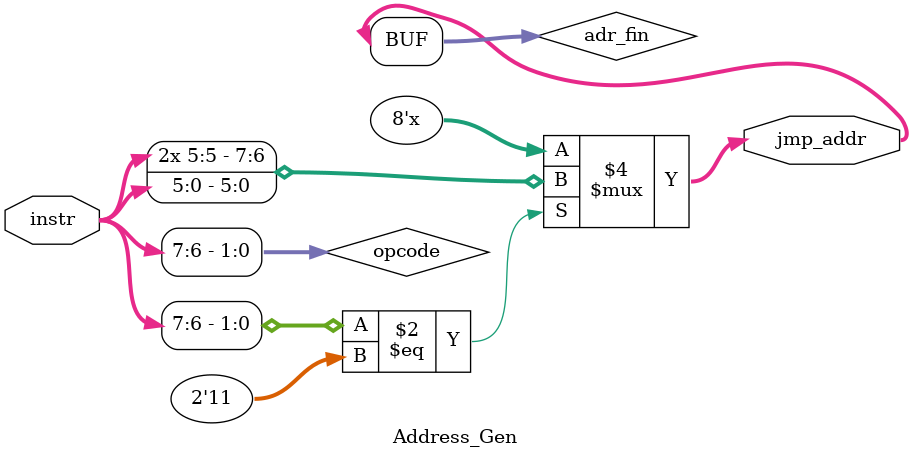
<source format=v>
`timescale 1ns / 1ps
module Address_Gen(
	input wire [7:0] instr,
	output wire [7:0] jmp_addr
    );
	wire [1:0] opcode = instr[7:6];
	reg [7:0] adr_fin;
	always@(*)
		begin
		if(opcode == 2'b11)
			begin
			adr_fin = {{2{instr[5]}},instr[5:0]};//sign extending the partial address.
			end
		else
			begin
			adr_fin = 8'bx;
			end
		end
	assign jmp_addr = adr_fin; 


endmodule

</source>
